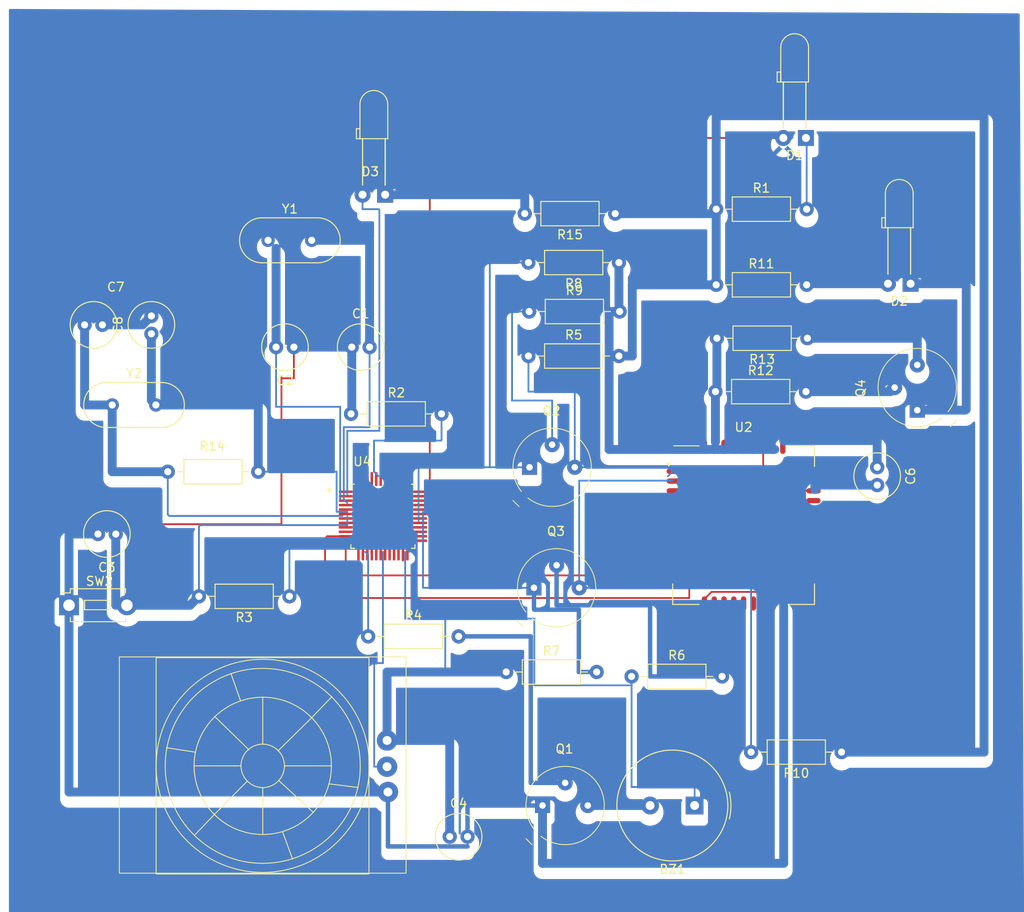
<source format=kicad_pcb>
(kicad_pcb (version 20240108) (generator "pcbnew") (generator_version "8.0")
  (layers (0 "F.Cu" signal) (31 "B.Cu" signal) (34 "B.Paste" user) (35 "F.Paste" user) (36 "B.SilkS" user "B.Silkscreen") (37 "F.SilkS" user "F.Silkscreen") (38 "B.Mask" user) (39 "F.Mask" user) (44 "Edge.Cuts" user))
  (net 0 "")
  (net 1 "Net-(BZ1--)")
  (net 2 "VCC")
  (net 3 "Net-(U4-PC14-OSC32_IN)")
  (net 4 "Earth")
  (net 5 "Net-(U4-PC15-OSC32_OUT)")
  (net 6 "Net-(U4-NRST)")
  (net 7 "Net-(C7-Pad2)")
  (net 8 "Net-(U4-PD1_OSC_OUT)")
  (net 9 "Net-(U4-PD0_OSC_IN)")
  (net 10 "GND")
  (net 11 "Net-(D1-K)")
  (net 12 "Net-(D2-A)")
  (net 13 "Net-(D2-K)")
  (net 14 "Net-(D3-K)")
  (net 15 "Net-(D3-A)")
  (net 16 "Net-(Q2-E)")
  (net 17 "Net-(Q2-C)")
  (net 18 "Net-(Q2-B)")
  (net 19 "Net-(Q3-C)")
  (net 20 "Net-(Q3-E)")
  (net 21 "Net-(Q3-B)")
  (net 22 "GNDREF")
  (net 23 "Net-(Q4-B)")
  (net 24 "Net-(U4-BOOT0)")
  (net 25 "Net-(U4-PA5)")
  (net 26 "Net-(U2-NETLIGHT)")
  (net 27 "Net-(U4-PB1)")
  (net 41 "Net-(U2-UART1_RI)")
  (net 46 "Net-(U2-UART1_DTR)")
  (net 83 "Net-(Q1-B)")
  (net 84 "+3.3V")
  (footprint "Capacitor_THT:C_Radial_D5.0mm_H11.0mm_P2.00mm" (layer "F.Cu") (at 112 94)
    (property "Reference" "C1" (at 1 -3.75 0) (layer "F.SilkS"))
    (property "Value" "C")
    (pad "1" thru_hole circle (at 0 0) (size 1.6 1.6) (drill 0.8) (layers "*.Cu" "*.Mask") (net 4 "Earth"))
    (pad "2" thru_hole circle (at 2 0) (size 1.6 1.6) (drill 0.8) (layers "*.Cu" "*.Mask") (net 3 "Net-(U4-PC14-OSC32_IN)"))
  )
  (footprint "Resistor_THT:R_Axial_DIN0207_L6.3mm_D2.5mm_P10.16mm_Horizontal" (layer "F.Cu") (at 142 84.5 180)
    (property "Reference" "R8" (at 5.08 -2.37 0) (layer "F.SilkS"))
    (property "Value" "4.7k")
    (pad "1" thru_hole circle (at 0 0 180) (size 1.6 1.6) (drill 0.8) (layers "*.Cu" "*.Mask") (net 2 "VCC"))
    (pad "2" thru_hole oval (at 10.16 0 180) (size 1.6 1.6) (drill 0.8) (layers "*.Cu" "*.Mask") (net 17 "Net-(Q2-C)"))
  )
  (footprint "Resistor_THT:R_Axial_DIN0207_L6.3mm_D2.5mm_P10.16mm_Horizontal" (layer "F.Cu") (at 131.84 95)
    (property "Reference" "R5" (at 5.08 -2.37 0) (layer "F.SilkS"))
    (property "Value" "47k")
    (pad "1" thru_hole circle (at 0 0) (size 1.6 1.6) (drill 0.8) (layers "*.Cu" "*.Mask") (net 16 "Net-(Q2-E)"))
    (pad "2" thru_hole oval (at 10.16 0) (size 1.6 1.6) (drill 0.8) (layers "*.Cu" "*.Mask") (net 84 "+3.3V"))
  )
  (footprint "Resistor_THT:R_Axial_DIN0207_L6.3mm_D2.5mm_P10.16mm_Horizontal" (layer "F.Cu") (at 91.34 108)
    (property "Reference" "R14" (at 5 -2.87 0) (layer "F.SilkS"))
    (property "Value" "1M")
    (pad "1" thru_hole circle (at 0 0) (size 1.6 1.6) (drill 0.8) (layers "*.Cu" "*.Mask") (net 8 "Net-(U4-PD1_OSC_OUT)"))
    (pad "2" thru_hole oval (at 10.16 0) (size 1.6 1.6) (drill 0.8) (layers "*.Cu" "*.Mask") (net 9 "Net-(U4-PD0_OSC_IN)"))
  )
  (footprint "LED_THT:LED_D3.0mm_Horizontal_O6.35mm_Z10.0mm" (layer "F.Cu") (at 174.75 86.875 180)
    (property "Reference" "D2" (at 1.27 -1.96 0) (layer "F.SilkS"))
    (property "Value" "LED")
    (pad "1" thru_hole rect (at 0 0 180) (size 1.8 1.8) (drill 0.9) (layers "*.Cu" "*.Mask") (net 13 "Net-(D2-K)"))
    (pad "2" thru_hole circle (at 2.54 0 180) (size 1.8 1.8) (drill 0.9) (layers "*.Cu" "*.Mask") (net 12 "Net-(D2-A)"))
  )
  (footprint "Resistor_THT:R_Axial_DIN0207_L6.3mm_D2.5mm_P10.16mm_Horizontal" (layer "F.Cu") (at 163.16 93 180)
    (property "Reference" "R13" (at 5.08 -2.37 0) (layer "F.SilkS"))
    (property "Value" "10k")
    (pad "1" thru_hole circle (at 0 0 180) (size 1.6 1.6) (drill 0.8) (layers "*.Cu" "*.Mask") (net 22 "GNDREF"))
    (pad "2" thru_hole oval (at 10.16 0 180) (size 1.6 1.6) (drill 0.8) (layers "*.Cu" "*.Mask") (net 26 "Net-(U2-NETLIGHT)"))
  )
  (footprint "Crystal:Crystal_HC18-U_Vertical" (layer "F.Cu") (at 102.6 82)
    (property "Reference" "Y1" (at 2.45 -3.525 0) (layer "F.SilkS"))
    (property "Value" "Crystal")
    (pad "1" thru_hole circle (at 0 0) (size 1.5 1.5) (drill 0.8) (layers "*.Cu" "*.Mask") (net 5 "Net-(U4-PC15-OSC32_OUT)"))
    (pad "2" thru_hole circle (at 4.9 0) (size 1.5 1.5) (drill 0.8) (layers "*.Cu" "*.Mask") (net 3 "Net-(U4-PC14-OSC32_IN)"))
  )
  (footprint "digikey-footprints:TO-39-3" (layer "F.Cu") (at 135 121.04)
    (property "Reference" "Q3" (at -0.075 -6.35 0) (layer "F.SilkS"))
    (property "Value" "NPN")
    (pad "1" thru_hole rect (at -2.54 0) (size 1.7 1.7) (drill 0.73) (layers "*.Cu" "*.Mask") (net 19 "Net-(Q3-C)"))
    (pad "2" thru_hole circle (at 0 -2.54) (size 1.7 1.7) (drill 0.73) (layers "*.Cu" "*.Mask") (net 21 "Net-(Q3-B)"))
    (pad "3" thru_hole circle (at 2.54 0) (size 1.7 1.7) (drill 0.73) (layers "*.Cu" "*.Mask") (net 20 "Net-(Q3-E)"))
  )
  (footprint "Buzzer_Beeper:Buzzer_TDK_PS1240P02BT_D12.2mm_H6.5mm" (layer "F.Cu") (at 150.5 145.5 180)
    (property "Reference" "BZ1" (at 2.5 -7.17 0) (layer "F.SilkS"))
    (property "Value" "Buzzer")
    (pad "1" thru_hole rect (at 0 0 180) (size 2 2) (drill 1) (layers "*.Cu" "*.Mask") (net 2 "VCC"))
    (pad "2" thru_hole circle (at 5 0 180) (size 2 2) (drill 1) (layers "*.Cu" "*.Mask") (net 1 "Net-(BZ1--)"))
  )
  (footprint "Resistor_THT:R_Axial_DIN0207_L6.3mm_D2.5mm_P10.16mm_Horizontal" (layer "F.Cu") (at 113.84 126.5)
    (property "Reference" "R4" (at 5.08 -2.37 0) (layer "F.SilkS"))
    (property "Value" "R")
    (pad "1" thru_hole circle (at 0 0) (size 1.6 1.6) (drill 0.8) (layers "*.Cu" "*.Mask") (net 25 "Net-(U4-PA5)"))
    (pad "2" thru_hole oval (at 10.16 0) (size 1.6 1.6) (drill 0.8) (layers "*.Cu" "*.Mask") (net 83 "Net-(Q1-B)"))
  )
  (footprint "Resistor_THT:R_Axial_DIN0207_L6.3mm_D2.5mm_P10.16mm_Horizontal" (layer "F.Cu") (at 152.84 99)
    (property "Reference" "R12" (at 5.08 -2.37 0) (layer "F.SilkS"))
    (property "Value" "1k")
    (pad "1" thru_hole circle (at 0 0) (size 1.6 1.6) (drill 0.8) (layers "*.Cu" "*.Mask") (net 26 "Net-(U2-NETLIGHT)"))
    (pad "2" thru_hole oval (at 10.16 0) (size 1.6 1.6) (drill 0.8) (layers "*.Cu" "*.Mask") (net 23 "Net-(Q4-B)"))
  )
  (footprint "digikey-footprints:TO-39-3" (layer "F.Cu") (at 134.5 107.5)
    (property "Reference" "Q2" (at -0.075 -6.35 0) (layer "F.SilkS"))
    (property "Value" "NPN")
    (pad "1" thru_hole rect (at -2.54 0) (size 1.7 1.7) (drill 0.73) (layers "*.Cu" "*.Mask") (net 17 "Net-(Q2-C)"))
    (pad "2" thru_hole circle (at 0 -2.54) (size 1.7 1.7) (drill 0.73) (layers "*.Cu" "*.Mask") (net 18 "Net-(Q2-B)"))
    (pad "3" thru_hole circle (at 2.54 0) (size 1.7 1.7) (drill 0.73) (layers "*.Cu" "*.Mask") (net 16 "Net-(Q2-E)"))
  )
  (footprint "Capacitor_THT:C_Radial_D5.0mm_H11.0mm_P2.00mm" (layer "F.Cu") (at 171 107.5 -90)
    (property "Reference" "C6" (at 1 -3.75 90) (layer "F.SilkS"))
    (property "Value" "C")
    (pad "1" thru_hole circle (at 0 0 270) (size 1.6 1.6) (drill 0.8) (layers "*.Cu" "*.Mask") (net 2 "VCC"))
    (pad "2" thru_hole circle (at 2 0 270) (size 1.6 1.6) (drill 0.8) (layers "*.Cu" "*.Mask") (net 4 "Earth"))
  )
  (footprint "Capacitor_THT:C_Radial_D5.0mm_H11.0mm_P2.00mm" (layer "F.Cu") (at 89.5 92.5 90)
    (property "Reference" "C8" (at 1 -3.75 90) (layer "F.SilkS"))
    (property "Value" "C8")
    (pad "1" thru_hole circle (at 0 0 90) (size 1.6 1.6) (drill 0.8) (layers "*.Cu" "*.Mask") (net 9 "Net-(U4-PD0_OSC_IN)"))
    (pad "2" thru_hole circle (at 2 0 90) (size 1.6 1.6) (drill 0.8) (layers "*.Cu" "*.Mask") (net 7 "Net-(C7-Pad2)"))
  )
  (footprint "Capacitor_THT:C_Radial_D5.0mm_H11.0mm_P2.00mm" (layer "F.Cu") (at 123 149)
    (property "Reference" "C4" (at 1 -3.75 0) (layer "F.SilkS"))
    (property "Value" "C")
    (pad "1" thru_hole circle (at 0 0) (size 1.6 1.6) (drill 0.8) (layers "*.Cu" "*.Mask") (net 2 "VCC"))
    (pad "2" thru_hole circle (at 2 0) (size 1.6 1.6) (drill 0.8) (layers "*.Cu" "*.Mask") (net 4 "Earth"))
  )
  (footprint "Resistor_THT:R_Axial_DIN0207_L6.3mm_D2.5mm_P10.16mm_Horizontal" (layer "F.Cu") (at 143.42 131)
    (property "Reference" "R6" (at 5.08 -2.37 0) (layer "F.SilkS"))
    (property "Value" "47k")
    (pad "1" thru_hole circle (at 0 0) (size 1.6 1.6) (drill 0.8) (layers "*.Cu" "*.Mask") (net 2 "VCC"))
    (pad "2" thru_hole oval (at 10.16 0) (size 1.6 1.6) (drill 0.8) (layers "*.Cu" "*.Mask") (net 21 "Net-(Q3-B)"))
  )
  (footprint "digikey-footprints:TO-39-3" (layer "F.Cu") (at 135.96 145.5)
    (property "Reference" "Q1" (at -0.075 -6.35 0) (layer "F.SilkS"))
    (property "Value" "2N2219A")
    (pad "1" thru_hole rect (at -2.54 0) (size 1.7 1.7) (drill 0.73) (layers "*.Cu" "*.Mask") (net 4 "Earth"))
    (pad "2" thru_hole circle (at 0 -2.54) (size 1.7 1.7) (drill 0.73) (layers "*.Cu" "*.Mask") (net 83 "Net-(Q1-B)"))
    (pad "3" thru_hole circle (at 2.54 0) (size 1.7 1.7) (drill 0.73) (layers "*.Cu" "*.Mask") (net 1 "Net-(BZ1--)"))
  )
  (footprint "digikey-footprints:QFP50P900X900X160-48N" (layer "F.Cu") (at 115.5 113)
    (property "Reference" "U4" (at -2.325 -6.135 0) (layer "F.SilkS"))
    (property "Value" "STM32F103C8T6")
    (pad "1" smd roundrect (at -4.18 -2.75) (size 1.56 0.28) (layers "F.Cu" "F.Paste" "F.Mask"))
    (pad "2" smd roundrect (at -4.18 -2.25) (size 1.56 0.28) (layers "F.Cu" "F.Paste" "F.Mask") (net 15 "Net-(D3-A)"))
    (pad "3" smd roundrect (at -4.18 -1.75) (size 1.56 0.28) (layers "F.Cu" "F.Paste" "F.Mask") (net 3 "Net-(U4-PC14-OSC32_IN)"))
    (pad "4" smd roundrect (at -4.18 -1.25) (size 1.56 0.28) (layers "F.Cu" "F.Paste" "F.Mask") (net 5 "Net-(U4-PC15-OSC32_OUT)"))
    (pad "5" smd roundrect (at -4.18 -0.75) (size 1.56 0.28) (layers "F.Cu" "F.Paste" "F.Mask") (net 9 "Net-(U4-PD0_OSC_IN)"))
    (pad "6" smd roundrect (at -4.18 -0.25) (size 1.56 0.28) (layers "F.Cu" "F.Paste" "F.Mask") (net 8 "Net-(U4-PD1_OSC_OUT)"))
    (pad "7" smd roundrect (at -4.18 0.25) (size 1.56 0.28) (layers "F.Cu" "F.Paste" "F.Mask") (net 6 "Net-(U4-NRST)"))
    (pad "8" smd roundrect (at -4.18 0.75) (size 1.56 0.28) (layers "F.Cu" "F.Paste" "F.Mask") (net 10 "GND"))
    (pad "9" smd roundrect (at -4.18 1.25) (size 1.56 0.28) (layers "F.Cu" "F.Paste" "F.Mask"))
    (pad "10" smd roundrect (at -4.18 1.75) (size 1.56 0.28) (layers "F.Cu" "F.Paste" "F.Mask"))
    (pad "11" smd roundrect (at -4.18 2.25) (size 1.56 0.28) (layers "F.Cu" "F.Paste" "F.Mask") (net 46 "Net-(U2-UART1_DTR)"))
    (pad "12" smd roundrect (at -4.18 2.75) (size 1.56 0.28) (layers "F.Cu" "F.Paste" "F.Mask") (net 41 "Net-(U2-UART1_RI)"))
    (pad "13" smd roundrect (at -2.75 4.18) (size 0.28 1.56) (layers "F.Cu" "F.Paste" "F.Mask"))
    (pad "14" smd roundrect (at -2.25 4.18) (size 0.28 1.56) (layers "F.Cu" "F.Paste" "F.Mask"))
    (pad "15" smd roundrect (at -1.75 4.18) (size 0.28 1.56) (layers "F.Cu" "F.Paste" "F.Mask") (net 25 "Net-(U4-PA5)"))
    (pad "16" smd roundrect (at -1.25 4.18) (size 0.28 1.56) (layers "F.Cu" "F.Paste" "F.Mask"))
    (pad "17" smd roundrect (at -0.75 4.18) (size 0.28 1.56) (layers "F.Cu" "F.Paste" "F.Mask"))
    (pad "18" smd roundrect (at -0.25 4.18) (size 0.28 1.56) (layers "F.Cu" "F.Paste" "F.Mask"))
    (pad "19" smd roundrect (at 0.25 4.18) (size 0.28 1.56) (layers "F.Cu" "F.Paste" "F.Mask") (net 27 "Net-(U4-PB1)"))
    (pad "20" smd roundrect (at 0.75 4.18) (size 0.28 1.56) (layers "F.Cu" "F.Paste" "F.Mask"))
    (pad "21" smd roundrect (at 1.25 4.18) (size 0.28 1.56) (layers "F.Cu" "F.Paste" "F.Mask"))
    (pad "22" smd roundrect (at 1.75 4.18) (size 0.28 1.56) (layers "F.Cu" "F.Paste" "F.Mask"))
    (pad "23" smd roundrect (at 2.25 4.18) (size 0.28 1.56) (layers "F.Cu" "F.Paste" "F.Mask") (net 10 "GND"))
    (pad "24" smd roundrect (at 2.75 4.18) (size 0.28 1.56) (layers "F.Cu" "F.Paste" "F.Mask") (net 2 "VCC"))
    (pad "25" smd roundrect (at 4.18 2.75) (size 1.56 0.28) (layers "F.Cu" "F.Paste" "F.Mask"))
    (pad "26" smd roundrect (at 4.18 2.25) (size 1.56 0.28) (layers "F.Cu" "F.Paste" "F.Mask"))
    (pad "27" smd roundrect (at 4.18 1.75) (size 1.56 0.28) (layers "F.Cu" "F.Paste" "F.Mask"))
    (pad "28" smd roundrect (at 4.18 1.25) (size 1.56 0.28) (layers "F.Cu" "F.Paste" "F.Mask"))
    (pad "29" smd roundrect (at 4.18 0.75) (size 1.56 0.28) (layers "F.Cu" "F.Paste" "F.Mask"))
    (pad "30" smd roundrect (at 4.18 0.25) (size 1.56 0.28) (layers "F.Cu" "F.Paste" "F.Mask") (net 17 "Net-(Q2-C)"))
    (pad "31" smd roundrect (at 4.18 -0.25) (size 1.56 0.28) (layers "F.Cu" "F.Paste" "F.Mask") (net 19 "Net-(Q3-C)"))
    (pad "32" smd roundrect (at 4.18 -0.75) (size 1.56 0.28) (layers "F.Cu" "F.Paste" "F.Mask"))
    (pad "33" smd roundrect (at 4.18 -1.25) (size 1.56 0.28) (layers "F.Cu" "F.Paste" "F.Mask"))
    (pad "34" smd roundrect (at 4.18 -1.75) (size 1.56 0.28) (layers "F.Cu" "F.Paste" "F.Mask"))
    (pad "35" smd roundrect (at 4.18 -2.25) (size 1.56 0.28) (layers "F.Cu" "F.Paste" "F.Mask") (net 10 "GND"))
    (pad "36" smd roundrect (at 4.18 -2.75) (size 1.56 0.28) (layers "F.Cu" "F.Paste" "F.Mask") (net 2 "VCC"))
    (pad "37" smd roundrect (at 2.75 -4.18) (size 0.28 1.56) (layers "F.Cu" "F.Paste" "F.Mask"))
    (pad "38" smd roundrect (at 2.25 -4.18) (size 0.28 1.56) (layers "F.Cu" "F.Paste" "F.Mask"))
    (pad "39" smd roundrect (at 1.75 -4.18) (size 0.28 1.56) (layers "F.Cu" "F.Paste" "F.Mask"))
    (pad "40" smd roundrect (at 1.25 -4.18) (size 0.28 1.56) (layers "F.Cu" "F.Paste" "F.Mask"))
    (pad "41" smd roundrect (at 0.75 -4.18) (size 0.28 1.56) (layers "F.Cu" "F.Paste" "F.Mask"))
    (pad "42" smd roundrect (at 0.25 -4.18) (size 0.28 1.56) (layers "F.Cu" "F.Paste" "F.Mask"))
    (pad "43" smd roundrect (at -0.25 -4.18) (size 0.28 1.56) (layers "F.Cu" "F.Paste" "F.Mask"))
    (pad "44" smd roundrect (at -0.75 -4.18) (size 0.28 1.56) (layers "F.Cu" "F.Paste" "F.Mask") (net 24 "Net-(U4-BOOT0)"))
    (pad "45" smd roundrect (at -1.25 -4.18) (size 0.28 1.56) (layers "F.Cu" "F.Paste" "F.Mask"))
    (pad "46" smd roundrect (at -1.75 -4.18) (size 0.28 1.56) (layers "F.Cu" "F.Paste" "F.Mask"))
    (pad "47" smd roundrect (at -2.25 -4.18) (size 0.28 1.56) (layers "F.Cu" "F.Paste" "F.Mask") (net 10 "GND"))
    (pad "48" smd roundrect (at -2.75 -4.18) (size 0.28 1.56) (layers "F.Cu" "F.Paste" "F.Mask") (net 2 "VCC"))
  )
  (footprint "Resistor_THT:R_Axial_DIN0207_L6.3mm_D2.5mm_P10.16mm_Horizontal" (layer "F.Cu") (at 152.92 78.5)
    (property "Reference" "R1" (at 5.08 -2.37 0) (layer "F.SilkS"))
    (property "Value" "510")
    (pad "1" thru_hole circle (at 0 0) (size 1.6 1.6) (drill 0.8) (layers "*.Cu" "*.Mask") (net 84 "+3.3V"))
    (pad "2" thru_hole oval (at 10.16 0) (size 1.6 1.6) (drill 0.8) (layers "*.Cu" "*.Mask") (net 11 "Net-(D1-K)"))
  )
  (footprint "Button_Switch_THT:SW_PUSH_1P1T_6x3.5mm_H5.0_APEM_MJTP1250" (layer "F.Cu") (at 80.25 123)
    (property "Reference" "SW2" (at 3.42 -2.7 0) (layer "F.SilkS"))
    (property "Value" "SW_Push")
    (pad "1" thru_hole rect (at 0 0 90) (size 2.25 2.25) (drill 1.3) (layers "*.Cu" "*.Mask") (net 4 "Earth"))
    (pad "2" thru_hole circle (at 6.5 0 90) (size 2.25 2.25) (drill 1.3) (layers "*.Cu" "*.Mask") (net 6 "Net-(U4-NRST)"))
  )
  (footprint "Crystal:Crystal_HC18-U_Vertical" (layer "F.Cu") (at 85.1 100.5)
    (property "Reference" "Y2" (at 2.45 -3.525 0) (layer "F.SilkS"))
    (property "Value" "32k")
    (pad "1" thru_hole circle (at 0 0) (size 1.5 1.5) (drill 0.8) (layers "*.Cu" "*.Mask") (net 8 "Net-(U4-PD1_OSC_OUT)"))
    (pad "2" thru_hole circle (at 4.9 0) (size 1.5 1.5) (drill 0.8) (layers "*.Cu" "*.Mask") (net 9 "Net-(U4-PD0_OSC_IN)"))
  )
  (footprint "Resistor_THT:R_Axial_DIN0207_L6.3mm_D2.5mm_P10.16mm_Horizontal" (layer "F.Cu") (at 129.34 130.5)
    (property "Reference" "R7" (at 5.08 -2.37 0) (layer "F.SilkS"))
    (property "Value" "4.7k")
    (pad "1" thru_hole circle (at 0 0) (size 1.6 1.6) (drill 0.8) (layers "*.Cu" "*.Mask") (net 2 "VCC"))
    (pad "2" thru_hole oval (at 10.16 0) (size 1.6 1.6) (drill 0.8) (layers "*.Cu" "*.Mask") (net 19 "Net-(Q3-C)"))
  )
  (footprint "Capacitor_THT:C_Radial_D5.0mm_H11.0mm_P2.00mm" (layer "F.Cu") (at 105.5 94 180)
    (property "Reference" "C2" (at 1 -3.75 0) (layer "F.SilkS"))
    (property "Value" "C")
    (pad "1" thru_hole circle (at 0 0 180) (size 1.6 1.6) (drill 0.8) (layers "*.Cu" "*.Mask") (net 4 "Earth"))
    (pad "2" thru_hole circle (at 2 0 180) (size 1.6 1.6) (drill 0.8) (layers "*.Cu" "*.Mask") (net 5 "Net-(U4-PC15-OSC32_OUT)"))
  )
  (footprint "Library-hc-sr501:hc-sr501" (layer "F.Cu") (at 91.782589 132.400895)
    (property "Reference" "U1" (hide yes))
    (property "Value" "~")
    (pad "1" thru_hole circle (at 24.1808 5.7912) (size 2.286 2.286) (drill 1) (layers "*.Cu" "*.Mask") (net 2 "VCC"))
    (pad "2" thru_hole circle (at 24.1808 8.7376) (size 2.286 2.286) (drill 1) (layers "*.Cu" "*.Mask") (net 27 "Net-(U4-PB1)"))
    (pad "3" thru_hole circle (at 24.2824 11.5824) (size 2.286 2.286) (drill 1) (layers "*.Cu" "*.Mask") (net 4 "Earth"))
  )
  (footprint "LED_THT:LED_D3.0mm_Horizontal_O6.35mm_Z10.0mm" (layer "F.Cu") (at 115.75 76.875 180)
    (property "Reference" "D3" (at 1.67 2.59 0) (layer "F.SilkS"))
    (property "Value" "LED")
    (pad "1" thru_hole rect (at 0 0 180) (size 1.8 1.8) (drill 0.9) (layers "*.Cu" "*.Mask") (net 14 "Net-(D3-K)"))
    (pad "2" thru_hole circle (at 2.54 0 180) (size 1.8 1.8) (drill 0.9) (layers "*.Cu" "*.Mask") (net 15 "Net-(D3-A)"))
  )
  (footprint "digikey-footprints:TO-39-3" (layer "F.Cu") (at 175.5 98.54 90)
    (property "Reference" "Q4" (at -0.075 -6.35 90) (layer "F.SilkS"))
    (property "Value" "NPN")
    (pad "1" thru_hole rect (at -2.54 0 90) (size 1.7 1.7) (drill 0.73) (layers "*.Cu" "*.Mask") (net 13 "Net-(D2-K)"))
    (pad "2" thru_hole circle (at 0 -2.54 90) (size 1.7 1.7) (drill 0.73) (layers "*.Cu" "*.Mask") (net 23 "Net-(Q4-B)"))
    (pad "3" thru_hole circle (at 2.54 0 90) (size 1.7 1.7) (drill 0.73) (layers "*.Cu" "*.Mask") (net 22 "GNDREF"))
  )
  (footprint "LED_THT:LED_D3.0mm_Horizontal_O6.35mm_Z10.0mm" (layer "F.Cu") (at 163 70.5 180)
    (property "Reference" "D1" (at 1.27 -1.96 0) (layer "F.SilkS"))
    (property "Value" "LED_Filled")
    (pad "1" thru_hole rect (at 0 0 180) (size 1.8 1.8) (drill 0.9) (layers "*.Cu" "*.Mask") (net 11 "Net-(D1-K)"))
    (pad "2" thru_hole circle (at 2.54 0 180) (size 1.8 1.8) (drill 0.9) (layers "*.Cu" "*.Mask") (net 10 "GND"))
  )
  (footprint "Resistor_THT:R_Axial_DIN0207_L6.3mm_D2.5mm_P10.16mm_Horizontal" (layer "F.Cu") (at 105 122 180)
    (property "Reference" "R3" (at 5.08 -2.37 0) (layer "F.SilkS"))
    (property "Value" "R")
    (pad "1" thru_hole circle (at 0 0 180) (size 1.6 1.6) (drill 0.8) (layers "*.Cu" "*.Mask") (net 2 "VCC"))
    (pad "2" thru_hole oval (at 10.16 0 180) (size 1.6 1.6) (drill 0.8) (layers "*.Cu" "*.Mask") (net 6 "Net-(U4-NRST)"))
  )
  (footprint "Capacitor_THT:C_Radial_D5.0mm_H11.0mm_P2.00mm" (layer "F.Cu") (at 85.5 115 180)
    (property "Reference" "C3" (at 1 -3.75 0) (layer "F.SilkS"))
    (property "Value" "C")
    (pad "1" thru_hole circle (at 0 0 180) (size 1.6 1.6) (drill 0.8) (layers "*.Cu" "*.Mask") (net 6 "Net-(U4-NRST)"))
    (pad "2" thru_hole circle (at 2 0 180) (size 1.6 1.6) (drill 0.8) (layers "*.Cu" "*.Mask") (net 4 "Earth"))
  )
  (footprint "Resistor_THT:R_Axial_DIN0207_L6.3mm_D2.5mm_P10.16mm_Horizontal" (layer "F.Cu") (at 152.92 87)
    (property "Reference" "R11" (at 5.08 -2.37 0) (layer "F.SilkS"))
    (property "Value" "1k")
    (pad "1" thru_hole circle (at 0 0) (size 1.6 1.6) (drill 0.8) (layers "*.Cu" "*.Mask") (net 84 "+3.3V"))
    (pad "2" thru_hole oval (at 10.16 0) (size 1.6 1.6) (drill 0.8) (layers "*.Cu" "*.Mask") (net 12 "Net-(D2-A)"))
  )
  (footprint "RF_GSM:SIMCom_SIM800C" (layer "F.Cu") (at 156 114)
    (property "Reference" "U2" (at 0 -11 0) (layer "F.SilkS"))
    (property "Value" "SIMA7680")
    (pad "1" smd oval (at -7.85 -6.05) (size 1.6 0.6) (layers "F.Cu" "F.Mask") (net 16 "Net-(Q2-E)"))
    (pad "2" smd oval (at -7.85 -4.95) (size 1.6 0.6) (layers "F.Cu" "F.Mask") (net 20 "Net-(Q3-E)"))
    (pad "3" smd oval (at -7.85 -3.85) (size 1.6 0.6) (layers "F.Cu" "F.Mask"))
    (pad "4" smd oval (at -7.85 -2.75) (size 1.6 0.6) (layers "F.Cu" "F.Mask"))
    (pad "5" smd oval (at -7.85 -1.65) (size 1.6 0.6) (layers "F.Cu" "F.Mask"))
    (pad "6" smd oval (at -7.85 -0.55) (size 1.6 0.6) (layers "F.Cu" "F.Mask") (net 46 "Net-(U2-UART1_DTR)"))
    (pad "7" smd oval (at -7.85 0.55) (size 1.6 0.6) (layers "F.Cu" "F.Mask") (net 41 "Net-(U2-UART1_RI)"))
    (pad "8" smd oval (at -7.85 1.65) (size 1.6 0.6) (layers "F.Cu" "F.Mask") (net 4 "Earth"))
    (pad "9" smd oval (at -7.85 2.75) (size 1.6 0.6) (layers "F.Cu" "F.Mask"))
    (pad "10" smd oval (at -7.85 3.85) (size 1.6 0.6) (layers "F.Cu" "F.Mask"))
    (pad "11" smd oval (at -7.85 4.95) (size 1.6 0.6) (layers "F.Cu" "F.Mask"))
    (pad "12" smd oval (at -7.85 6.05) (size 1.6 0.6) (layers "F.Cu" "F.Mask"))
    (pad "13" smd oval (at -4.4 8.8) (size 0.6 1.6) (layers "F.Cu" "F.Mask") (net 4 "Earth"))
    (pad "14" smd oval (at -3.3 8.8) (size 0.6 1.6) (layers "F.Cu" "F.Mask"))
    (pad "15" smd oval (at -2.2 8.8) (size 0.6 1.6) (layers "F.Cu" "F.Mask"))
    (pad "16" smd oval (at -1.1 8.8) (size 0.6 1.6) (layers "F.Cu" "F.Mask"))
    (pad "17" smd oval (at 0 8.8) (size 0.6 1.6) (layers "F.Cu" "F.Mask"))
    (pad "18" smd oval (at 1.1 8.8) (size 0.6 1.6) (layers "F.Cu" "F.Mask"))
    (pad "19" smd oval (at 2.2 8.8) (size 0.6 1.6) (layers "F.Cu" "F.Mask") (net 4 "Earth"))
    (pad "20" smd oval (at 3.3 8.8) (size 0.6 1.6) (layers "F.Cu" "F.Mask"))
    (pad "21" smd oval (at 4.4 8.8) (size 0.6 1.6) (layers "F.Cu" "F.Mask") (net 4 "Earth"))
    (pad "22" smd oval (at 7.85 6.05) (size 1.6 0.6) (layers "F.Cu" "F.Mask"))
    (pad "23" smd oval (at 7.85 4.95) (size 1.6 0.6) (layers "F.Cu" "F.Mask"))
    (pad "24" smd oval (at 7.85 3.85) (size 1.6 0.6) (layers "F.Cu" "F.Mask"))
    (pad "25" smd oval (at 7.85 2.75) (size 1.6 0.6) (layers "F.Cu" "F.Mask"))
    (pad "26" smd oval (at 7.85 1.65) (size 1.6 0.6) (layers "F.Cu" "F.Mask"))
    (pad "27" smd oval (at 7.85 0.55) (size 1.6 0.6) (layers "F.Cu" "F.Mask") (net 4 "Earth"))
    (pad "28" smd oval (at 7.85 -0.55) (size 1.6 0.6) (layers "F.Cu" "F.Mask"))
    (pad "29" smd oval (at 7.85 -1.65) (size 1.6 0.6) (layers "F.Cu" "F.Mask"))
    (pad "30" smd oval (at 7.85 -2.75) (size 1.6 0.6) (layers "F.Cu" "F.Mask") (net 4 "Earth"))
    (pad "31" smd oval (at 7.85 -3.85) (size 1.6 0.6) (layers "F.Cu" "F.Mask") (net 4 "Earth"))
    (pad "32" smd oval (at 7.85 -4.95) (size 1.6 0.6) (layers "F.Cu" "F.Mask"))
    (pad "33" smd oval (at 7.85 -6.05) (size 1.6 0.6) (layers "F.Cu" "F.Mask") (net 4 "Earth"))
    (pad "34" smd oval (at 4.4 -8.8) (size 0.6 1.6) (layers "F.Cu" "F.Mask") (net 2 "VCC"))
    (pad "35" smd oval (at 3.3 -8.8) (size 0.6 1.6) (layers "F.Cu" "F.Mask") (net 2 "VCC"))
    (pad "36" smd oval (at 2.2 -8.8) (size 0.6 1.6) (layers "F.Cu" "F.Mask") (net 4 "Earth"))
    (pad "37" smd oval (at 1.1 -8.8) (size 0.6 1.6) (layers "F.Cu" "F.Mask") (net 4 "Earth"))
    (pad "38" smd oval (at 0 -8.8) (size 0.6 1.6) (layers "F.Cu" "F.Mask"))
    (pad "39" smd oval (at -1.1 -8.8) (size 0.6 1.6) (layers "F.Cu" "F.Mask"))
    (pad "40" smd oval (at -2.2 -8.8) (size 0.6 1.6) (layers "F.Cu" "F.Mask"))
    (pad "41" smd oval (at -3.3 -8.8) (size 0.6 1.6) (layers "F.Cu" "F.Mask") (net 26 "Net-(U2-NETLIGHT)"))
    (pad "42" smd oval (at -4.4 -8.8) (size 0.6 1.6) (layers "F.Cu" "F.Mask"))
  )
  (footprint "Resistor_THT:R_Axial_DIN0207_L6.3mm_D2.5mm_P10.16mm_Horizontal" (layer "F.Cu") (at 167 139.5 180)
    (property "Reference" "R10" (at 5.08 -2.37 0) (layer "F.SilkS"))
    (property "Value" "4.7k")
    (pad "1" thru_hole circle (at 0 0 180) (size 1.6 1.6) (drill 0.8) (layers "*.Cu" "*.Mask") (net 84 "+3.3V"))
    (pad "2" thru_hole oval (at 10.16 0 180) (size 1.6 1.6) (drill 0.8) (layers "*.Cu" "*.Mask") (net 20 "Net-(Q3-E)"))
  )
  (footprint "Resistor_THT:R_Axial_DIN0207_L6.3mm_D2.5mm_P10.16mm_Horizontal" (layer "F.Cu") (at 141.58 79 180)
    (property "Reference" "R15" (at 5.08 -2.37 0) (layer "F.SilkS"))
    (property "Value" "510")
    (pad "1" thru_hole circle (at 0 0 180) (size 1.6 1.6) (drill 0.8) (layers "*.Cu" "*.Mask") (net 84 "+3.3V"))
    (pad "2" thru_hole oval (at 10.16 0 180) (size 1.6 1.6) (drill 0.8) (layers "*.Cu" "*.Mask") (net 14 "Net-(D3-K)"))
  )
  (footprint "Resistor_THT:R_Axial_DIN0207_L6.3mm_D2.5mm_P10.16mm_Horizontal" (layer "F.Cu") (at 131.92 90)
    (property "Reference" "R9" (at 5.08 -2.37 0) (layer "F.SilkS"))
    (property "Value" "4.7k")
    (pad "1" thru_hole circle (at 0 0) (size 1.6 1.6) (drill 0.8) (layers "*.Cu" "*.Mask") (net 18 "Net-(Q2-B)"))
    (pad "2" thru_hole oval (at 10.16 0) (size 1.6 1.6) (drill 0.8) (layers "*.Cu" "*.Mask") (net 2 "VCC"))
  )
  (footprint "Resistor_THT:R_Axial_DIN0207_L6.3mm_D2.5mm_P10.16mm_Horizontal" (layer "F.Cu") (at 111.92 101.5)
    (property "Reference" "R2" (at 5.08 -2.37 0) (layer "F.SilkS"))
    (property "Value" "100k")
    (pad "1" thru_hole circle (at 0 0) (size 1.6 1.6) (drill 0.8) (layers "*.Cu" "*.Mask") (net 4 "Earth"))
    (pad "2" thru_hole oval (at 10.16 0) (size 1.6 1.6) (drill 0.8) (layers "*.Cu" "*.Mask") (net 24 "Net-(U4-BOOT0)"))
  )
  (footprint "Capacitor_THT:C_Radial_D5.0mm_H11.0mm_P2.00mm" (layer "F.Cu") (at 82 91.5)
    (property "Reference" "C7" (at 3.5 -4.25 0) (layer "F.SilkS"))
    (property "Value" "C7")
    (pad "1" thru_hole circle (at 0 0) (size 1.6 1.6) (drill 0.8) (layers "*.Cu" "*.Mask") (net 8 "Net-(U4-PD1_OSC_OUT)"))
    (pad "2" thru_hole circle (at 2 0) (size 1.6 1.6) (drill 0.8) (layers "*.Cu" "*.Mask") (net 7 "Net-(C7-Pad2)"))
  )
  (gr_text "NHÓM 12_L01\n" (at 92 60 0) (layer "B.Cu") (effects (font (size 1.5 1.5) (thickness 0.3) (bold yes)) (justify left bottom mirror)))
  (segment (start 145.5 145.5) (end 138.5 145.5) (width 1) (layer "B.Cu") (net 1))
  (segment (start 132.5 132) (end 143.42 132) (width 0.2) (layer "B.Cu") (net 2))
  (segment (start 115.963389 130.5) (end 115.963389 138.192095) (width 1) (layer "B.Cu") (net 2))
  (segment (start 167 139.5) (end 183 139.5) (width 1) (layer "B.Cu") (net 2))
  (segment (start 153 98.84) (end 152.84 99) (width 0.2) (layer "B.Cu") (net 2))
  (segment (start 152.84 99) (end 152.84 104.66) (width 1) (layer "B.Cu") (net 2))
  (segment (start 143.5 95) (end 142 95) (width 1) (layer "B.Cu") (net 2))
  (segment (start 171 104.5) (end 160.5 104.5) (width 1) (layer "B.Cu") (net 2))
  (segment (start 129.34 130.5) (end 126.444365 130.5) (width 0.2) (layer "B.Cu") (net 2))
  (segment (start 115.963389 138.192095) (end 123 138.192095) (width 1) (layer "B.Cu") (net 2))
  (segment (start 118.1 116.6) (end 118.5 117) (width 0.2) (layer "B.Cu") (net 2))
  (segment (start 141.58 79) (end 152.42 79) (width 1) (layer "B.Cu") (net 2))
  (segment (start 105 122) (end 105 116.6) (width 0.2) (layer "B.Cu") (net 2))
  (segment (start 118 124.5) (end 122.5 124.5) (width 0.2) (layer "B.Cu") (net 2))
  (segment (start 152.92 87) (end 143.5 87) (width 1) (layer "B.Cu") (net 2))
  (segment (start 122.5 124.5) (end 132.5 124.5) (width 0.2) (layer "B.Cu") (net 2))
  (segment (start 118 117) (end 118 124.5) (width 0.2) (layer "B.Cu") (net 2))
  (segment (start 152.92 78.5) (end 152.92 87) (width 1) (layer "B.Cu") (net 2))
  (segment (start 129.34 130.5) (end 115.963389 130.5) (width 1) (layer "B.Cu") (net 2))
  (segment (start 160.5 104.5) (end 160.5 105) (width 0.2) (layer "B.Cu") (net 2))
  (segment (start 183 139.5) (end 183 68) (width 1) (layer "B.Cu") (net 2))
  (segment (start 140.9 105.5) (end 159.5 105.5) (width 1) (layer "B.Cu") (net 2))
  (segment (start 150.5 143.42) (end 150.5 145.5) (width 0.2) (layer "B.Cu") (net 2))
  (segment (start 142 89.92) (end 142.08 90) (width 0.2) (layer "B.Cu") (net 2))
  (segment (start 140.9 90) (end 140.9 105.5) (width 1) (layer "B.Cu") (net 2))
  (segment (start 153 93) (end 153 98.84) (width 1) (layer "B.Cu") (net 2))
  (segment (start 142 84.5) (end 142 89.92) (width 1) (layer "B.Cu") (net 2))
  (segment (start 152.42 79) (end 152.92 78.5) (width 0.2) (layer "B.Cu") (net 2))
  (segment (start 183 68) (end 152.92 68) (width 1) (layer "B.Cu") (net 2))
  (segment (start 122.5 124.5) (end 122.5 130.5) (width 0.2) (layer "B.Cu") (net 2))
  (segment (start 142.08 90) (end 140.9 90) (width 1) (layer "B.Cu") (net 2))
  (segment (start 122.5 130.5) (end 126.416547 130.5) (width 0.2) (layer "B.Cu") (net 2))
  (segment (start 152.92 68) (end 152.92 78.5) (width 1) (layer "B.Cu") (net 2))
  (segment (start 171 107.5) (end 171 104.5) (width 1) (layer "B.Cu") (net 2))
  (segment (start 152.84 104.66) (end 152.5 105) (width 0.2) (layer "B.Cu") (net 2))
  (segment (start 123 138.192095) (end 123 149) (width 1) (layer "B.Cu") (net 2))
  (segment (start 132.5 124.5) (end 132.5 132) (width 0.2) (layer "B.Cu") (net 2))
  (segment (start 126.416547 130.5) (end 126.444365 130.472182) (width 0.2) (layer "B.Cu") (net 2))
  (segment (start 143.5 87) (end 143.5 95) (width 1) (layer "B.Cu") (net 2))
  (segment (start 143.42 143.42) (end 150.5 143.42) (width 0.2) (layer "B.Cu") (net 2))
  (segment (start 105 116.6) (end 118.1 116.6) (width 0.2) (layer "B.Cu") (net 2))
  (segment (start 143.42 132) (end 143.42 131) (width 0.2) (layer "B.Cu") (net 2))
  (segment (start 143.42 131) (end 143.42 143.42) (width 0.2) (layer "B.Cu") (net 2))
  (segment (start 111.1 111.1) (end 111.5 111.5) (width 0.2) (layer "B.Cu") (net 3))
  (segment (start 114 94) (end 114 103) (width 0.2) (layer "B.Cu") (net 3))
  (segment (start 111.1 103) (end 111.1 111.1) (width 0.2) (layer "B.Cu") (net 3))
  (segment (start 114 103) (end 111.1 103) (width 0.2) (layer "B.Cu") (net 3))
  (segment (start 114 82) (end 114 94) (width 1) (layer "B.Cu") (net 3))
  (segment (start 107.5 82) (end 114 82) (width 1) (layer "B.Cu") (net 3))
  (segment (start 152.4 121.5) (end 151.6 122.3) (width 0.2) (layer "F.Cu") (net 4))
  (segment (start 163.85 107.95) (end 162 107.95) (width 0.2) (layer "F.Cu") (net 4))
  (segment (start 163.85 107.95) (end 158.2 107.95) (width 0.2) (layer "F.Cu") (net 4))
  (segment (start 148.15 115.65) (end 148.65 115.65) (width 0.2) (layer "F.Cu") (net 4))
  (segment (start 160.4 122.8) (end 160.4 114.55) (width 0.2) (layer "F.Cu") (net 4))
  (segment (start 104.104365 97.5) (end 105.5 97.5) (width 0.2) (layer "F.Cu") (net 4))
  (segment (start 151.6 122.3) (end 151.6 122.8) (width 0.2) (layer "F.Cu") (net 4))
  (segment (start 158.2 122.3) (end 157.4 121.5) (width 0.2) (layer "F.Cu") (net 4))
  (segment (start 105.5 97.5) (end 105.5 94) (width 0.2) (layer "F.Cu") (net 4))
  (segment (start 160.4 122.3) (end 159.6 121.5) (width 0.2) (layer "F.Cu") (net 4))
  (segment (start 158.2 105.2) (end 157.1 105.2) (width 0.2) (layer "F.Cu") (net 4))
  (segment (start 162 107.95) (end 162 110.15) (width 0.2) (layer "F.Cu") (net 4))
  (segment (start 104.104365 97.5) (end 104.104365 97.395635) (width 0.2) (layer "F.Cu") (net 4))
  (segment (start 104.104365 113.895635) (end 104.104365 97.5) (width 0.2) (layer "F.Cu") (net 4))
  (segment (start 83.5 113.895635) (end 104.104365 113.895635) (width 0.2) (layer "F.Cu") (net 4))
  (segment (start 157.4 121.5) (end 152.4 121.5) (width 0.2) (layer "F.Cu") (net 4))
  (segment (start 83.5 115) (end 83.5 113.895635) (width 0.2) (layer "F.Cu") (net 4))
  (segment (start 160.4 122.8) (end 160.4 122.3) (width 0.2) (layer "F.Cu") (net 4))
  (segment (start 158.2 122.8) (end 158.2 122.3) (width 0.2) (layer "F.Cu") (net 4))
  (segment (start 158.2 107.95) (end 158.2 105.2) (width 0.2) (layer "F.Cu") (net 4))
  (segment (start 162 110.15) (end 163.85 110.15) (width 0.2) (layer "F.Cu") (net 4))
  (segment (start 160.4 114.55) (end 163.85 114.55) (width 0.2) (layer "F.Cu") (net 4))
  (segment (start 159.6 121.5) (end 159 121.5) (width 0.2) (layer "F.Cu") (net 4))
  (segment (start 159 121.5) (end 158.2 122.3) (width 0.2) (layer "F.Cu") (net 4))
  (segment (start 125 150.1) (end 125 149) (width 0.2) (layer "B.Cu") (net 4))
  (segment (start 116.064989 150.1) (end 125 150.1) (width 0.5) (layer "B.Cu") (net 4))
  (segment (start 80.25 143.983295) (end 116.064989 143.983295) (width 1) (layer "B.Cu") (net 4))
  (segment (start 80.25 115) (end 83.5 115) (width 1) (layer "B.Cu") (net 4))
  (segment (start 80.25 123) (end 80.25 143.983295) (width 1) (layer "B.Cu") (net 4))
  (segment (start 125 145.5) (end 125 149) (width 0.5) (layer "B.Cu") (net 4))
  (segment (start 112 101.42) (end 111.92 101.5) (width 0.2) (layer "B.Cu") (net 4))
  (segment (start 133.42 145.5) (end 125 145.5) (width 0.5) (layer "B.Cu") (net 4))
  (segment (start 133.42 145.5) (end 133.42 152) (width 1) (layer "B.Cu") (net 4))
  (segment (start 105.5 94) (end 112 94) (width 1) (layer "B.Cu") (net 4))
  (segment (start 133.42 152) (end 160.5 152) (width 1) (layer "B.Cu") (net 4))
  (segment (start 164 109.5) (end 164 110) (width 1) (layer "B.Cu") (net 4))
  (segment (start 116.064989 143.983295) (end 116.064989 150.1) (width 0.5) (layer "B.Cu") (net 4))
  (segment (start 171 109.5) (end 164 109.5) (width 1) (layer "B.Cu") (net 4))
  (segment (start 160.5 152) (end 160.5 123) (width 1) (layer "B.Cu") (net 4))
  (segment (start 80.25 123) (end 80.25 115) (width 1) (layer "B.Cu") (net 4))
  (segment (start 112 94) (end 112 101.42) (width 1) (layer "B.Cu") (net 4))
  (segment (start 103.5 82.9) (end 103.5 94) (width 1) (layer "B.Cu") (net 5))
  (segment (start 102.6 82) (end 103.5 82.9) (width 0.2) (layer "B.Cu") (net 5))
  (segment (start 110.7 111.134314) (end 110.7 100.7) (width 0.2) (layer "B.Cu") (net 5))
  (segment (start 103.5 100.7) (end 103.5 94) (width 0.2) (layer "B.Cu") (net 5))
  (segment (start 110.7 100.7) (end 103.5 100.7) (width 0.2) (layer "B.Cu") (net 5))
  (segment (start 94.84 122) (end 94.84 114.16) (width 0.2) (layer "B.Cu") (net 6))
  (segment (start 85.5 123) (end 86.75 123) (width 1) (layer "B.Cu") (net 6))
  (segment (start 94.84 114.16) (end 95 114) (width 0.2) (layer "B.Cu") (net 6))
  (segment (start 95 114) (end 111.5 114) (width 0.2) (layer "B.Cu") (net 6))
  (segment (start 93.84 123) (end 94.84 122) (width 1) (layer "B.Cu") (net 6))
  (segment (start 85.5 115) (end 85.5 123) (width 1) (layer "B.Cu") (net 6))
  (segment (start 86.75 123) (end 93.84 123) (width 1) (layer "B.Cu") (net 6))
  (segment (start 111.5 114) (end 111.5 113) (width 0.2) (layer "B.Cu") (net 6))
  (segment (start 84 91.5) (end 88.5 91.5) (width 1) (layer "B.Cu") (net 7))
  (segment (start 88.5 91.5) (end 89.5 90.5) (width 1) (layer "B.Cu") (net 7))
  (segment (start 82 91.5) (end 82 100.5) (width 1) (layer "B.Cu") (net 8))
  (segment (start 85.1 108) (end 91.34 108) (width 1) (layer "B.Cu") (net 8))
  (segment (start 91.34 108) (end 91.34 112.807157) (width 0.2) (layer "B.Cu") (net 8))
  (segment (start 82 100.5) (end 85.1 100.5) (width 1) (layer "B.Cu") (net 8))
  (segment (start 91.34 112.807157) (end 91.5 112.967157) (width 0.2) (layer "B.Cu") (net 8))
  (segment (start 85.1 100.5) (end 85.1 108) (width 1) (layer "B.Cu") (net 8))
  (segment (start 91.5 112.967157) (end 110.967157 112.967157) (width 0.2) (layer "B.Cu") (net 8))
  (segment (start 110.3 108) (end 110.3 112.5) (width 0.2) (layer "B.Cu") (net 9))
  (segment (start 89.5 100) (end 90 100.5) (width 0.2) (layer "B.Cu") (net 9))
  (segment (start 110.3 112.5) (end 111.5 112.5) (width 0.2) (layer "B.Cu") (net 9))
  (segment (start 101.5 108) (end 110.3 108) (width 0.2) (layer "B.Cu") (net 9))
  (segment (start 90 100.5) (end 101.5 100.5) (width 1) (layer "B.Cu") (net 9))
  (segment (start 89.5 92.5) (end 89.5 100) (width 1) (layer "B.Cu") (net 9))
  (segment (start 101.5 100.5) (end 101.5 108) (width 1) (layer "B.Cu") (net 9))
  (segment (start 160.46 70.5) (end 120.76 70.5) (width 0.2) (layer "F.Cu") (net 10))
  (segment (start 117.75 112.5) (end 113.3752 112.5) (width 0.2) (layer "F.Cu") (net 10))
  (segment (start 113.25 110.75) (end 113.25 112.1876) (width 0.2) (layer "F.Cu") (net 10))
  (segment (start 119.68 110.75) (end 113.25 110.75) (width 0.2) (layer "F.Cu") (net 10))
  (segment (start 120.76 70.5) (end 120.76 110.4752) (width 0.2) (layer "F.Cu") (net 10))
  (segment (start 111.32 113.75) (end 113.25 113.75) (width 0.2) (layer "F.Cu") (net 10))
  (segment (start 117.75 112.5) (end 117.75 117.18) (width 0.2) (layer "F.Cu") (net 10))
  (segment (start 113.25 113.75) (end 113.25 112.6252) (width 0.2) (layer "F.Cu") (net 10))
  (segment (start 113.25 112.6252) (end 113.25 108.82) (width 0.2) (layer "F.Cu") (net 10))
  (segment (start 120.76 110.4752) (end 120.4852 110.75) (width 0.2) (layer "F.Cu") (net 10))
  (segment (start 120.4852 110.75) (end 119.68 110.75) (width 0.2) (layer "F.Cu") (net 10))
  (segment (start 113.3752 112.5) (end 113.25 112.6252) (width 0.2) (layer "F.Cu") (net 10))
  (segment (start 117.75 117.18) (end 117.75 117.9852) (width 0.2) (layer "F.Cu") (net 10))
  (segment (start 117.6876 112.4376) (end 117.75 112.5) (width 0.2) (layer "F.Cu") (net 10))
  (segment (start 163.08 78.5) (end 163.08 70.58) (width 0.2) (layer "B.Cu") (net 11))
  (segment (start 163.08 70.58) (end 163 70.5) (width 0.2) (layer "B.Cu") (net 11))
  (segment (start 163.205 86.875) (end 163.08 87) (width 0.2) (layer "B.Cu") (net 12))
  (segment (start 172.21 86.875) (end 163.205 86.875) (width 1) (layer "B.Cu") (net 12))
  (segment (start 180.875 86.875) (end 181 87) (width 0.2) (layer "B.Cu") (net 13))
  (segment (start 180.92 101.08) (end 175.5 101.08) (width 1) (layer "B.Cu") (net 13))
  (segment (start 181 101) (end 180.92 101.08) (width 0.2) (layer "B.Cu") (net 13))
  (segment (start 174.75 86.875) (end 180.875 86.875) (width 1) (layer "B.Cu") (net 13))
  (segment (start 181 87) (end 181 101) (width 1) (layer "B.Cu") (net 13))
  (segment (start 131.375 76.875) (end 131.42 76.92) (width 0.2) (layer "B.Cu") (net 14))
  (segment (start 131.42 76.92) (end 131.42 79) (width 1) (layer "B.Cu") (net 14))
  (segment (start 115.75 76.875) (end 131.375 76.875) (width 1) (layer "B.Cu") (net 14))
  (segment (start 113.21 78.5) (end 113.21 76.875) (width 0.2) (layer "B.Cu") (net 15))
  (segment (start 115 78.5) (end 113.21 78.5) (width 0.2) (layer "B.Cu") (net 15))
  (segment (start 115.1 103.4) (end 115.1 78.6) (width 0.2) (layer "B.Cu") (net 15))
  (segment (start 115.1 78.6) (end 115 78.5) (width 0.2) (layer "B.Cu") (net 15))
  (segment (start 111.5 103.4) (end 115.1 103.4) (width 0.2) (layer "B.Cu") (net 15))
  (segment (start 111.5 110.5) (end 111.5 103.4) (width 0.2) (layer "B.Cu") (net 15))
  (segment (start 137.04 107.5) (end 137.04 99.04) (width 0.2) (layer "B.Cu") (net 16))
  (segment (start 147.5 107.5) (end 148 108) (width 0.2) (layer "B.Cu") (net 16))
  (segment (start 131.84 99) (end 131.84 95) (width 0.2) (layer "B.Cu") (net 16))
  (segment (start 137.04 99.04) (end 137 99) (width 0.2) (layer "B.Cu") (net 16))
  (segment (start 137 99) (end 131.84 99) (width 0.2) (layer "B.Cu") (net 16))
  (segment (start 147.5 108.5) (end 148 108) (width 0.2) (layer "B.Cu") (net 16))
  (segment (start 137.04 107.5) (end 147.5 107.5) (width 0.2) (layer "B.Cu") (net 16))
  (segment (start 119.5 107.5) (end 119.5 113.5) (width 0.2) (layer "B.Cu") (net 17))
  (segment (start 127.5 107.5) (end 119.5 107.5) (width 0.2) (layer "B.Cu") (net 17))
  (segment (start 131.84 84.5) (end 127.5 84.5) (width 0.2) (layer "B.Cu") (net 17))
  (segment (start 127.5 84.5) (end 127.5 107.5) (width 0.2) (layer "B.Cu") (net 17))
  (segment (start 131.96 107.5) (end 127.5 107.5) (width 0.2) (layer "B.Cu") (net 17))
  (segment (start 130 90) (end 131.92 90) (width 0.2) (layer "B.Cu") (net 18))
  (segment (start 134.5 100) (end 130 100) (width 0.2) (layer "B.Cu") (net 18))
  (segment (start 134.5 104.96) (end 134.5 100) (width 0.2) (layer "B.Cu") (net 18))
  (segment (start 130 100) (end 130 90) (width 0.2) (layer "B.Cu") (net 18))
  (segment (start 137.5 123.5) (end 137.5 130.5) (width 0.5) (layer "B.Cu") (net 19))
  (segment (start 132.46 123.46) (end 132.5 123.5) (width 0.2) (layer "B.Cu") (net 19))
  (segment (start 137.5 130.5) (end 139.5 130.5) (width 0.5) (layer "B.Cu") (net 19))
  (segment (start 132.46 121.04) (end 120 121.04) (width 0.2) (layer "B.Cu") (net 19))
  (segment (start 132.5 123.5) (end 137.5 123.5) (width 0.5) (layer "B.Cu") (net 19))
  (segment (start 132.46 121.04) (end 132.46 123.46) (width 0.5) (layer "B.Cu") (net 19))
  (segment (start 120 121.04) (end 120 112.5) (width 0.2) (layer "B.Cu") (net 19))
  (segment (start 137.54 109) (end 148 109) (width 0.2) (layer "B.Cu") (net 20))
  (segment (start 137.54 121.04) (end 137.54 109) (width 0.2) (layer "B.Cu") (net 20))
  (segment (start 137.54 121.04) (end 156.84 121.04) (width 0.2) (layer "B.Cu") (net 20))
  (segment (start 156.84 121.04) (end 156.84 139.5) (width 0.2) (layer "B.Cu") (net 20))
  (segment (start 145.5 123) (end 145.5 131) (width 0.5) (layer "B.Cu") (net 21))
  (segment (start 145.5 131) (end 153.58 131) (width 0.5) (layer "B.Cu") (net 21))
  (segment (start 135 118.5) (end 135 123) (width 0.5) (layer "B.Cu") (net 21))
  (segment (start 135 123) (end 145.5 123) (width 0.5) (layer "B.Cu") (net 21))
  (segment (start 163.16 93) (end 175.5 93) (width 1) (layer "B.Cu") (net 22))
  (segment (start 175.5 93) (end 175.5 96) (width 1) (layer "B.Cu") (net 22))
  (segment (start 172.5 99) (end 172.96 98.54) (width 0.2) (layer "B.Cu") (net 23))
  (segment (start 163 99) (end 172.5 99) (width 1) (layer "B.Cu") (net 23))
  (segment (start 122.08 101.5) (end 122.08 104.42) (width 0.2) (layer "B.Cu") (net 24))
  (segment (start 122.08 104.42) (end 122 104.5) (width 0.2) (layer "B.Cu") (net 24))
  (segment (start 122 104.5) (end 114.5 104.5) (width 0.2) (layer "B.Cu") (net 24))
  (segment (start 114.5 104.5) (end 114.5 108) (width 0.2) (layer "B.Cu") (net 24))
  (segment (start 114.5 108) (end 115 108.5) (width 0.2) (layer "B.Cu") (net 24))
  (segment (start 113.84 117.34) (end 113.5 117) (width 0.2) (layer "B.Cu") (net 25))
  (segment (start 113.84 126.5) (end 113.84 117.34) (width 0.2) (layer "B.Cu") (net 25))
  (segment (start 115.5 117) (end 115.5 129.5) (width 0.2) (layer "B.Cu") (net 27))
  (segment (start 115.963389 141.138495) (end 114.520389 141.138495) (width 0.2) (layer "B.Cu") (net 27))
  (segment (start 115.5 129.5) (end 114.520389 129.5) (width 0.2) (layer "B.Cu") (net 27))
  (segment (start 114.520389 129.5) (end 114.520389 129.479611) (width 0.2) (layer "B.Cu") (net 27))
  (segment (start 114.520389 141.138495) (end 114.520389 129.5) (width 0.2) (layer "B.Cu") (net 27))
  (segment (start 149.5 120.85) (end 149.5 114.55) (width 0.2) (layer "F.Cu") (net 41))
  (segment (start 145.85 120.85) (end 149.5 120.85) (width 0.2) (layer "F.Cu") (net 41))
  (segment (start 145.85 119.65) (end 145.85 120.85) (width 0.2) (layer "F.Cu") (net 41))
  (segment (start 111.32 119.65) (end 145.85 119.65) (width 0.2) (layer "F.Cu") (net 41))
  (segment (start 111.32 115.75) (end 111.32 119.65) (width 0.2) (layer "F.Cu") (net 41))
  (segment (start 147.45 114.55) (end 148.15 114.55) (width 0.2) (layer "F.Cu") (net 41))
  (segment (start 149.5 114.55) (end 148.15 114.55) (width 0.2) (layer "F.Cu") (net 41))
  (segment (start 147.65 113.95) (end 149.9 113.95) (width 0.2) (layer "F.Cu") (net 46))
  (segment (start 147.65 113.45) (end 148.15 113.45) (width 0.2) (layer "F.Cu") (net 46))
  (segment (start 109 115.5) (end 109.25 115.25) (width 0.2) (layer "F.Cu") (net 46))
  (segment (start 148.15 113.45) (end 147.65 113.95) (width 0.2) (layer "F.Cu") (net 46))
  (segment (start 109 122.19) (end 109 115.5) (width 0.2) (layer "F.Cu") (net 46))
  (segment (start 109.25 115.25) (end 111.32 115.25) (width 0.2) (layer "F.Cu") (net 46))
  (segment (start 149.9 122.19) (end 109 122.19) (width 0.2) (layer "F.Cu") (net 46))
  (segment (start 149.9 113.95) (end 149.9 122.19) (width 0.2) (layer "F.Cu") (net 46))
  (segment (start 132.1 126.5) (end 132.1 142.96) (width 0.5) (layer "B.Cu") (net 83))
  (segment (start 132.1 142.96) (end 135.96 142.96) (width 0.5) (layer "B.Cu") (net 83))
  (segment (start 136.08 142.84) (end 135.96 142.96) (width 0.2) (layer "B.Cu") (net 83))
  (segment (start 124 126.5) (end 132.1 126.5) (width 0.5) (layer "B.Cu") (net 83))
  (zone (net 10) (net_name "GND") (layer "B.Cu") (connect_pads (clearance 0.5)) (min_thickness 0.25) (fill yes (thermal_gap 0.5) (thermal_bridge_width 0.5))
    (polygon (pts (xy 72.5 56) (xy 187 56.5) (xy 187.5 157.5) (xy 73.5 157.5) (xy 73.5 103.262023) (xy 73.5 55) (xy 74 55.5)))
  )
)
</source>
